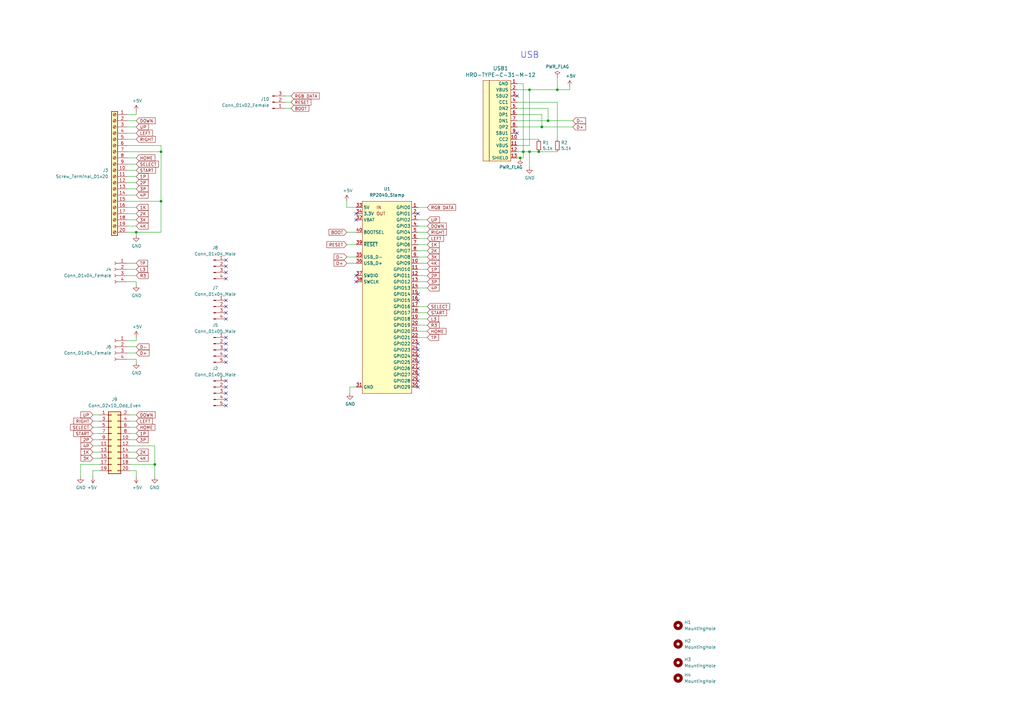
<source format=kicad_sch>
(kicad_sch (version 20211123) (generator eeschema)
  (paper "A3")
  (lib_symbols
    (symbol "Connector:Conn_01x03_Male" (pin_names (offset 1.016) hide)
      (property "Reference" "J" (at 0 5.08 0))
      (property "Value" "Conn_01x03_Male" (at 0 -5.08 0))
      (symbol "Conn_01x03_Male_1_1"
        (polyline (pts (xy 1.27 -2.54) (xy 0.8636 -2.54)) (stroke (width 0.1524)))
        (polyline (pts (xy 1.27 0) (xy 0.8636 0)) (stroke (width 0.1524)))
        (polyline (pts (xy 1.27 2.54) (xy 0.8636 2.54)) (stroke (width 0.1524)))
        (rectangle (start 0.8636 -2.413) (end 0 -2.667) (stroke (width 0.1524)) (fill (type outline)))
        (rectangle (start 0.8636 0.127) (end 0 -0.127) (stroke (width 0.1524)) (fill (type outline)))
        (rectangle (start 0.8636 2.667) (end 0 2.413) (stroke (width 0.1524)) (fill (type outline)))
        (pin passive line (at 5.08 2.54 180) (length 3.81) (name "Pin_1") (number "1"))
        (pin passive line (at 5.08 0 180) (length 3.81) (name "Pin_2") (number "2"))
        (pin passive line (at 5.08 -2.54 180) (length 3.81) (name "Pin_3") (number "3"))
      )
    )
    (symbol "Connector:Conn_01x04_Female" (pin_names (offset 1.016) hide)
      (property "Reference" "J" (at 0 5.08 0))
      (property "Value" "Conn_01x04_Female" (at 0 -7.62 0))
      (symbol "Conn_01x04_Female_1_1"
        (arc (start 0 -4.572) (mid -0.508 -5.08) (end 0 -5.588) (stroke (width 0.1524)))
        (arc (start 0 -2.032) (mid -0.508 -2.54) (end 0 -3.048) (stroke (width 0.1524)))
        (polyline (pts (xy -1.27 -5.08) (xy -0.508 -5.08)) (stroke (width 0.1524)))
        (polyline (pts (xy -1.27 -2.54) (xy -0.508 -2.54)) (stroke (width 0.1524)))
        (polyline (pts (xy -1.27 0) (xy -0.508 0)) (stroke (width 0.1524)))
        (polyline (pts (xy -1.27 2.54) (xy -0.508 2.54)) (stroke (width 0.1524)))
        (arc (start 0 0.508) (mid -0.508 0) (end 0 -0.508) (stroke (width 0.1524)))
        (arc (start 0 3.048) (mid -0.508 2.54) (end 0 2.032) (stroke (width 0.1524)))
        (pin passive line (at -5.08 2.54 0) (length 3.81) (name "Pin_1") (number "1"))
        (pin passive line (at -5.08 0 0) (length 3.81) (name "Pin_2") (number "2"))
        (pin passive line (at -5.08 -2.54 0) (length 3.81) (name "Pin_3") (number "3"))
        (pin passive line (at -5.08 -5.08 0) (length 3.81) (name "Pin_4") (number "4"))
      )
    )
    (symbol "Connector:Conn_01x04_Male" (pin_names (offset 1.016) hide)
      (property "Reference" "J" (at 0 5.08 0))
      (property "Value" "Conn_01x04_Male" (at 0 -7.62 0))
      (symbol "Conn_01x04_Male_1_1"
        (polyline (pts (xy 1.27 -5.08) (xy 0.8636 -5.08)) (stroke (width 0.1524)))
        (polyline (pts (xy 1.27 -2.54) (xy 0.8636 -2.54)) (stroke (width 0.1524)))
        (polyline (pts (xy 1.27 0) (xy 0.8636 0)) (stroke (width 0.1524)))
        (polyline (pts (xy 1.27 2.54) (xy 0.8636 2.54)) (stroke (width 0.1524)))
        (rectangle (start 0.8636 -4.953) (end 0 -5.207) (stroke (width 0.1524)) (fill (type outline)))
        (rectangle (start 0.8636 -2.413) (end 0 -2.667) (stroke (width 0.1524)) (fill (type outline)))
        (rectangle (start 0.8636 0.127) (end 0 -0.127) (stroke (width 0.1524)) (fill (type outline)))
        (rectangle (start 0.8636 2.667) (end 0 2.413) (stroke (width 0.1524)) (fill (type outline)))
        (pin passive line (at 5.08 2.54 180) (length 3.81) (name "Pin_1") (number "1"))
        (pin passive line (at 5.08 0 180) (length 3.81) (name "Pin_2") (number "2"))
        (pin passive line (at 5.08 -2.54 180) (length 3.81) (name "Pin_3") (number "3"))
        (pin passive line (at 5.08 -5.08 180) (length 3.81) (name "Pin_4") (number "4"))
      )
    )
    (symbol "Connector:Conn_01x05_Male" (pin_names (offset 1.016) hide)
      (property "Reference" "J" (at 0 7.62 0))
      (property "Value" "Conn_01x05_Male" (at 0 -7.62 0))
      (symbol "Conn_01x05_Male_1_1"
        (polyline (pts (xy 1.27 -5.08) (xy 0.8636 -5.08)) (stroke (width 0.1524)))
        (polyline (pts (xy 1.27 -2.54) (xy 0.8636 -2.54)) (stroke (width 0.1524)))
        (polyline (pts (xy 1.27 0) (xy 0.8636 0)) (stroke (width 0.1524)))
        (polyline (pts (xy 1.27 2.54) (xy 0.8636 2.54)) (stroke (width 0.1524)))
        (polyline (pts (xy 1.27 5.08) (xy 0.8636 5.08)) (stroke (width 0.1524)))
        (rectangle (start 0.8636 -4.953) (end 0 -5.207) (stroke (width 0.1524)) (fill (type outline)))
        (rectangle (start 0.8636 -2.413) (end 0 -2.667) (stroke (width 0.1524)) (fill (type outline)))
        (rectangle (start 0.8636 0.127) (end 0 -0.127) (stroke (width 0.1524)) (fill (type outline)))
        (rectangle (start 0.8636 2.667) (end 0 2.413) (stroke (width 0.1524)) (fill (type outline)))
        (rectangle (start 0.8636 5.207) (end 0 4.953) (stroke (width 0.1524)) (fill (type outline)))
        (pin passive line (at 5.08 5.08 180) (length 3.81) (name "Pin_1") (number "1"))
        (pin passive line (at 5.08 2.54 180) (length 3.81) (name "Pin_2") (number "2"))
        (pin passive line (at 5.08 0 180) (length 3.81) (name "Pin_3") (number "3"))
        (pin passive line (at 5.08 -2.54 180) (length 3.81) (name "Pin_4") (number "4"))
        (pin passive line (at 5.08 -5.08 180) (length 3.81) (name "Pin_5") (number "5"))
      )
    )
    (symbol "Connector:Screw_Terminal_01x20" (pin_names (offset 1.016) hide)
      (property "Reference" "J" (at 0 25.4 0))
      (property "Value" "Screw_Terminal_01x20" (at 0 -27.94 0))
      (symbol "Screw_Terminal_01x20_1_1"
        (rectangle (start -1.27 24.13) (end 1.27 -26.67) (stroke (width 0.254)) (fill (type background)))
        (circle (center 0 -25.4) (radius 0.635) (stroke (width 0.1524)))
        (circle (center 0 -22.86) (radius 0.635) (stroke (width 0.1524)))
        (circle (center 0 -20.32) (radius 0.635) (stroke (width 0.1524)))
        (circle (center 0 -17.78) (radius 0.635) (stroke (width 0.1524)))
        (circle (center 0 -15.24) (radius 0.635) (stroke (width 0.1524)))
        (circle (center 0 -12.7) (radius 0.635) (stroke (width 0.1524)))
        (circle (center 0 -10.16) (radius 0.635) (stroke (width 0.1524)))
        (circle (center 0 -7.62) (radius 0.635) (stroke (width 0.1524)))
        (circle (center 0 -5.08) (radius 0.635) (stroke (width 0.1524)))
        (circle (center 0 -2.54) (radius 0.635) (stroke (width 0.1524)))
        (polyline (pts (xy -0.5334 -25.0698) (xy 0.3302 -25.908)) (stroke (width 0.1524)))
        (polyline (pts (xy -0.5334 -22.5298) (xy 0.3302 -23.368)) (stroke (width 0.1524)))
        (polyline (pts (xy -0.5334 -19.9898) (xy 0.3302 -20.828)) (stroke (width 0.1524)))
        (polyline (pts (xy -0.5334 -17.4498) (xy 0.3302 -18.288)) (stroke (width 0.1524)))
        (polyline (pts (xy -0.5334 -14.9098) (xy 0.3302 -15.748)) (stroke (width 0.1524)))
        (polyline (pts (xy -0.5334 -12.3698) (xy 0.3302 -13.208)) (stroke (width 0.1524)))
        (polyline (pts (xy -0.5334 -9.8298) (xy 0.3302 -10.668)) (stroke (width 0.1524)))
        (polyline (pts (xy -0.5334 -7.2898) (xy 0.3302 -8.128)) (stroke (width 0.1524)))
        (polyline (pts (xy -0.5334 -4.7498) (xy 0.3302 -5.588)) (stroke (width 0.1524)))
        (polyline (pts (xy -0.5334 -2.2098) (xy 0.3302 -3.048)) (stroke (width 0.1524)))
        (polyline (pts (xy -0.5334 0.3302) (xy 0.3302 -0.508)) (stroke (width 0.1524)))
        (polyline (pts (xy -0.5334 2.8702) (xy 0.3302 2.032)) (stroke (width 0.1524)))
        (polyline (pts (xy -0.5334 5.4102) (xy 0.3302 4.572)) (stroke (width 0.1524)))
        (polyline (pts (xy -0.5334 7.9502) (xy 0.3302 7.112)) (stroke (width 0.1524)))
        (polyline (pts (xy -0.5334 10.4902) (xy 0.3302 9.652)) (stroke (width 0.1524)))
        (polyline (pts (xy -0.5334 13.0302) (xy 0.3302 12.192)) (stroke (width 0.1524)))
        (polyline (pts (xy -0.5334 15.5702) (xy 0.3302 14.732)) (stroke (width 0.1524)))
        (polyline (pts (xy -0.5334 18.1102) (xy 0.3302 17.272)) (stroke (width 0.1524)))
        (polyline (pts (xy -0.5334 20.6502) (xy 0.3302 19.812)) (stroke (width 0.1524)))
        (polyline (pts (xy -0.5334 23.1902) (xy 0.3302 22.352)) (stroke (width 0.1524)))
        (polyline (pts (xy -0.3556 -24.892) (xy 0.508 -25.7302)) (stroke (width 0.1524)))
        (polyline (pts (xy -0.3556 -22.352) (xy 0.508 -23.1902)) (stroke (width 0.1524)))
        (polyline (pts (xy -0.3556 -19.812) (xy 0.508 -20.6502)) (stroke (width 0.1524)))
        (polyline (pts (xy -0.3556 -17.272) (xy 0.508 -18.1102)) (stroke (width 0.1524)))
        (polyline (pts (xy -0.3556 -14.732) (xy 0.508 -15.5702)) (stroke (width 0.1524)))
        (polyline (pts (xy -0.3556 -12.192) (xy 0.508 -13.0302)) (stroke (width 0.1524)))
        (polyline (pts (xy -0.3556 -9.652) (xy 0.508 -10.4902)) (stroke (width 0.1524)))
        (polyline (pts (xy -0.3556 -7.112) (xy 0.508 -7.9502)) (stroke (width 0.1524)))
        (polyline (pts (xy -0.3556 -4.572) (xy 0.508 -5.4102)) (stroke (width 0.1524)))
        (polyline (pts (xy -0.3556 -2.032) (xy 0.508 -2.8702)) (stroke (width 0.1524)))
        (polyline (pts (xy -0.3556 0.508) (xy 0.508 -0.3302)) (stroke (width 0.1524)))
        (polyline (pts (xy -0.3556 3.048) (xy 0.508 2.2098)) (stroke (width 0.1524)))
        (polyline (pts (xy -0.3556 5.588) (xy 0.508 4.7498)) (stroke (width 0.1524)))
        (polyline (pts (xy -0.3556 8.128) (xy 0.508 7.2898)) (stroke (width 0.1524)))
        (polyline (pts (xy -0.3556 10.668) (xy 0.508 9.8298)) (stroke (width 0.1524)))
        (polyline (pts (xy -0.3556 13.208) (xy 0.508 12.3698)) (stroke (width 0.1524)))
        (polyline (pts (xy -0.3556 15.748) (xy 0.508 14.9098)) (stroke (width 0.1524)))
        (polyline (pts (xy -0.3556 18.288) (xy 0.508 17.4498)) (stroke (width 0.1524)))
        (polyline (pts (xy -0.3556 20.828) (xy 0.508 19.9898)) (stroke (width 0.1524)))
        (polyline (pts (xy -0.3556 23.368) (xy 0.508 22.5298)) (stroke (width 0.1524)))
        (circle (center 0 0) (radius 0.635) (stroke (width 0.1524)))
        (circle (center 0 2.54) (radius 0.635) (stroke (width 0.1524)))
        (circle (center 0 5.08) (radius 0.635) (stroke (width 0.1524)))
        (circle (center 0 7.62) (radius 0.635) (stroke (width 0.1524)))
        (circle (center 0 10.16) (radius 0.635) (stroke (width 0.1524)))
        (circle (center 0 12.7) (radius 0.635) (stroke (width 0.1524)))
        (circle (center 0 15.24) (radius 0.635) (stroke (width 0.1524)))
        (circle (center 0 17.78) (radius 0.635) (stroke (width 0.1524)))
        (circle (center 0 20.32) (radius 0.635) (stroke (width 0.1524)))
        (circle (center 0 22.86) (radius 0.635) (stroke (width 0.1524)))
        (pin passive line (at -5.08 22.86 0) (length 3.81) (name "Pin_1") (number "1"))
        (pin passive line (at -5.08 0 0) (length 3.81) (name "Pin_10") (number "10"))
        (pin passive line (at -5.08 -2.54 0) (length 3.81) (name "Pin_11") (number "11"))
        (pin passive line (at -5.08 -5.08 0) (length 3.81) (name "Pin_12") (number "12"))
        (pin passive line (at -5.08 -7.62 0) (length 3.81) (name "Pin_13") (number "13"))
        (pin passive line (at -5.08 -10.16 0) (length 3.81) (name "Pin_14") (number "14"))
        (pin passive line (at -5.08 -12.7 0) (length 3.81) (name "Pin_15") (number "15"))
        (pin passive line (at -5.08 -15.24 0) (length 3.81) (name "Pin_16") (number "16"))
        (pin passive line (at -5.08 -17.78 0) (length 3.81) (name "Pin_17") (number "17"))
        (pin passive line (at -5.08 -20.32 0) (length 3.81) (name "Pin_18") (number "18"))
        (pin passive line (at -5.08 -22.86 0) (length 3.81) (name "Pin_19") (number "19"))
        (pin passive line (at -5.08 20.32 0) (length 3.81) (name "Pin_2") (number "2"))
        (pin passive line (at -5.08 -25.4 0) (length 3.81) (name "Pin_20") (number "20"))
        (pin passive line (at -5.08 17.78 0) (length 3.81) (name "Pin_3") (number "3"))
        (pin passive line (at -5.08 15.24 0) (length 3.81) (name "Pin_4") (number "4"))
        (pin passive line (at -5.08 12.7 0) (length 3.81) (name "Pin_5") (number "5"))
        (pin passive line (at -5.08 10.16 0) (length 3.81) (name "Pin_6") (number "6"))
        (pin passive line (at -5.08 7.62 0) (length 3.81) (name "Pin_7") (number "7"))
        (pin passive line (at -5.08 5.08 0) (length 3.81) (name "Pin_8") (number "8"))
        (pin passive line (at -5.08 2.54 0) (length 3.81) (name "Pin_9") (number "9"))
      )
    )
    (symbol "Connector_Generic:Conn_02x10_Odd_Even" (pin_names (offset 1.016) hide)
      (property "Reference" "J" (at 1.27 12.7 0))
      (property "Value" "Conn_02x10_Odd_Even" (at 1.27 -15.24 0))
      (symbol "Conn_02x10_Odd_Even_1_1"
        (rectangle (start -1.27 -12.573) (end 0 -12.827) (stroke (width 0.1524)))
        (rectangle (start -1.27 -10.033) (end 0 -10.287) (stroke (width 0.1524)))
        (rectangle (start -1.27 -7.493) (end 0 -7.747) (stroke (width 0.1524)))
        (rectangle (start -1.27 -4.953) (end 0 -5.207) (stroke (width 0.1524)))
        (rectangle (start -1.27 -2.413) (end 0 -2.667) (stroke (width 0.1524)))
        (rectangle (start -1.27 0.127) (end 0 -0.127) (stroke (width 0.1524)))
        (rectangle (start -1.27 2.667) (end 0 2.413) (stroke (width 0.1524)))
        (rectangle (start -1.27 5.207) (end 0 4.953) (stroke (width 0.1524)))
        (rectangle (start -1.27 7.747) (end 0 7.493) (stroke (width 0.1524)))
        (rectangle (start -1.27 10.287) (end 0 10.033) (stroke (width 0.1524)))
        (rectangle (start -1.27 11.43) (end 3.81 -13.97) (stroke (width 0.254)) (fill (type background)))
        (rectangle (start 3.81 -12.573) (end 2.54 -12.827) (stroke (width 0.1524)))
        (rectangle (start 3.81 -10.033) (end 2.54 -10.287) (stroke (width 0.1524)))
        (rectangle (start 3.81 -7.493) (end 2.54 -7.747) (stroke (width 0.1524)))
        (rectangle (start 3.81 -4.953) (end 2.54 -5.207) (stroke (width 0.1524)))
        (rectangle (start 3.81 -2.413) (end 2.54 -2.667) (stroke (width 0.1524)))
        (rectangle (start 3.81 0.127) (end 2.54 -0.127) (stroke (width 0.1524)))
        (rectangle (start 3.81 2.667) (end 2.54 2.413) (stroke (width 0.1524)))
        (rectangle (start 3.81 5.207) (end 2.54 4.953) (stroke (width 0.1524)))
        (rectangle (start 3.81 7.747) (end 2.54 7.493) (stroke (width 0.1524)))
        (rectangle (start 3.81 10.287) (end 2.54 10.033) (stroke (width 0.1524)))
        (pin passive line (at -5.08 10.16 0) (length 3.81) (name "Pin_1") (number "1"))
        (pin passive line (at 7.62 0 180) (length 3.81) (name "Pin_10") (number "10"))
        (pin passive line (at -5.08 -2.54 0) (length 3.81) (name "Pin_11") (number "11"))
        (pin passive line (at 7.62 -2.54 180) (length 3.81) (name "Pin_12") (number "12"))
        (pin passive line (at -5.08 -5.08 0) (length 3.81) (name "Pin_13") (number "13"))
        (pin passive line (at 7.62 -5.08 180) (length 3.81) (name "Pin_14") (number "14"))
        (pin passive line (at -5.08 -7.62 0) (length 3.81) (name "Pin_15") (number "15"))
        (pin passive line (at 7.62 -7.62 180) (length 3.81) (name "Pin_16") (number "16"))
        (pin passive line (at -5.08 -10.16 0) (length 3.81) (name "Pin_17") (number "17"))
        (pin passive line (at 7.62 -10.16 180) (length 3.81) (name "Pin_18") (number "18"))
        (pin passive line (at -5.08 -12.7 0) (length 3.81) (name "Pin_19") (number "19"))
        (pin passive line (at 7.62 10.16 180) (length 3.81) (name "Pin_2") (number "2"))
        (pin passive line (at 7.62 -12.7 180) (length 3.81) (name "Pin_20") (number "20"))
        (pin passive line (at -5.08 7.62 0) (length 3.81) (name "Pin_3") (number "3"))
        (pin passive line (at 7.62 7.62 180) (length 3.81) (name "Pin_4") (number "4"))
        (pin passive line (at -5.08 5.08 0) (length 3.81) (name "Pin_5") (number "5"))
        (pin passive line (at 7.62 5.08 180) (length 3.81) (name "Pin_6") (number "6"))
        (pin passive line (at -5.08 2.54 0) (length 3.81) (name "Pin_7") (number "7"))
        (pin passive line (at 7.62 2.54 180) (length 3.81) (name "Pin_8") (number "8"))
        (pin passive line (at -5.08 0 0) (length 3.81) (name "Pin_9") (number "9"))
      )
    )
    (symbol "Device:R_Small" (pin_numbers hide) (pin_names (offset 0.254) hide)
      (property "Reference" "R" (at 0.762 0.508 0))
      (property "Value" "R_Small" (at 0.762 -1.016 0))
      (symbol "R_Small_0_1"
        (rectangle (start -0.762 1.778) (end 0.762 -1.778) (stroke (width 0.2032)))
      )
      (symbol "R_Small_1_1"
        (pin passive line (at 0 2.54 270) (length 0.762) (name "~") (number "1"))
        (pin passive line (at 0 -2.54 90) (length 0.762) (name "~") (number "2"))
      )
    )
    (symbol "Mechanical:MountingHole" (pin_names (offset 1.016))
      (property "Reference" "H" (at 0 5.08 0))
      (property "Value" "MountingHole" (at 0 3.175 0))
      (symbol "MountingHole_0_1"
        (circle (center 0 0) (radius 1.27) (stroke (width 1.27)))
      )
    )
    (symbol "RP2040_Stamp:RP2040_Stamp"
      (property "Reference" "U" (at 10.16 43.18 0))
      (property "Value" "RP2040_Stamp" (at 0 -38.1 0))
      (symbol "RP2040_Stamp_0_0"
        (text "IN" (at -4.445 39.37 0) (effects (font (size 1.27 1.27)) (justify left)))
        (text "OUT" (at -4.445 36.83 0) (effects (font (size 1.27 1.27)) (justify left)))
        (pin bidirectional line (at 12.7 39.37 180) (length 2.54) (name "GPIO0") (number "1"))
        (pin bidirectional line (at 12.7 16.51 180) (length 2.54) (name "GPIO9") (number "10"))
        (pin bidirectional line (at 12.7 13.97 180) (length 2.54) (name "GPIO10") (number "11"))
        (pin bidirectional line (at 12.7 11.43 180) (length 2.54) (name "GPIO11") (number "12"))
        (pin bidirectional line (at 12.7 8.89 180) (length 2.54) (name "GPIO12") (number "13"))
        (pin bidirectional line (at 12.7 6.35 180) (length 2.54) (name "GPIO13") (number "14"))
        (pin bidirectional line (at 12.7 3.81 180) (length 2.54) (name "GPIO14") (number "15"))
        (pin bidirectional line (at 12.7 1.27 180) (length 2.54) (name "GPIO15") (number "16"))
        (pin bidirectional line (at 12.7 -1.27 180) (length 2.54) (name "GPIO16") (number "17"))
        (pin bidirectional line (at 12.7 -3.81 180) (length 2.54) (name "GPIO17") (number "18"))
        (pin bidirectional line (at 12.7 -6.35 180) (length 2.54) (name "GPIO18") (number "19"))
        (pin bidirectional line (at 12.7 36.83 180) (length 2.54) (name "GPIO1") (number "2"))
        (pin bidirectional line (at 12.7 -8.89 180) (length 2.54) (name "GPIO19") (number "20"))
        (pin bidirectional line (at 12.7 -11.43 180) (length 2.54) (name "GPIO20") (number "21"))
        (pin bidirectional line (at 12.7 -13.97 180) (length 2.54) (name "GPIO21") (number "22"))
        (pin bidirectional line (at 12.7 -16.51 180) (length 2.54) (name "GPIO22") (number "23"))
        (pin bidirectional line (at 12.7 -19.05 180) (length 2.54) (name "GPIO23") (number "24"))
        (pin bidirectional line (at 12.7 -21.59 180) (length 2.54) (name "GPIO24") (number "25"))
        (pin bidirectional line (at 12.7 -24.13 180) (length 2.54) (name "GPIO25") (number "26"))
        (pin bidirectional line (at 12.7 -26.67 180) (length 2.54) (name "GPIO26") (number "27"))
        (pin bidirectional line (at 12.7 -29.21 180) (length 2.54) (name "GPIO27") (number "28"))
        (pin bidirectional line (at 12.7 -31.75 180) (length 2.54) (name "GPIO28") (number "29"))
        (pin bidirectional line (at 12.7 34.29 180) (length 2.54) (name "GPIO2") (number "3"))
        (pin bidirectional line (at 12.7 -34.29 180) (length 2.54) (name "GPIO29") (number "30"))
        (pin power_in line (at -12.7 -34.29 0) (length 2.54) (name "GND") (number "31"))
        (pin power_in line (at -12.7 34.29 0) (length 2.54) (name "VBAT") (number "32"))
        (pin power_in line (at -12.7 39.37 0) (length 2.54) (name "5V") (number "33"))
        (pin power_out line (at -12.7 36.83 0) (length 2.54) (name "3.3V") (number "34"))
        (pin bidirectional line (at -12.7 19.05 0) (length 2.54) (name "USB_D-") (number "35"))
        (pin bidirectional line (at -12.7 16.51 0) (length 2.54) (name "USB_D+") (number "36"))
        (pin bidirectional line (at -12.7 11.43 0) (length 2.54) (name "SWDIO") (number "37"))
        (pin input line (at -12.7 8.89 0) (length 2.54) (name "SWCLK") (number "38"))
        (pin bidirectional line (at -12.7 24.13 0) (length 2.54) (name "~{RESET}") (number "39"))
        (pin bidirectional line (at 12.7 31.75 180) (length 2.54) (name "GPIO3") (number "4"))
        (pin input line (at -12.7 29.21 0) (length 2.54) (name "BOOTSEL") (number "40"))
        (pin bidirectional line (at 12.7 29.21 180) (length 2.54) (name "GPIO4") (number "5"))
        (pin bidirectional line (at 12.7 26.67 180) (length 2.54) (name "GPIO5") (number "6"))
        (pin bidirectional line (at 12.7 24.13 180) (length 2.54) (name "GPIO6") (number "7"))
        (pin bidirectional line (at 12.7 21.59 180) (length 2.54) (name "GPIO7") (number "8"))
        (pin bidirectional line (at 12.7 19.05 180) (length 2.54) (name "GPIO8") (number "9"))
      )
      (symbol "RP2040_Stamp_0_1"
        (rectangle (start -10.16 41.91) (end 10.16 -36.83) (stroke (width 0.1524)) (fill (type background)))
      )
    )
    (symbol "Type-C:HRO-TYPE-C-31-M-12" (pin_names (offset 1.016))
      (property "Reference" "USB" (at -5.08 16.51 0))
      (property "Value" "HRO-TYPE-C-31-M-12" (at -10.16 -1.27 90))
      (symbol "HRO-TYPE-C-31-M-12_0_1"
        (rectangle (start -11.43 15.24) (end -8.89 -17.78) (fill (type background)))
        (rectangle (start 0 -17.78) (end -8.89 15.24) (fill (type background)))
      )
      (symbol "HRO-TYPE-C-31-M-12_1_1"
        (pin input line (at 2.54 13.97 180) (length 2.54) (name "GND") (number "1"))
        (pin input line (at 2.54 -8.89 180) (length 2.54) (name "CC2") (number "10"))
        (pin input line (at 2.54 -11.43 180) (length 2.54) (name "VBUS") (number "11"))
        (pin input line (at 2.54 -13.97 180) (length 2.54) (name "GND") (number "12"))
        (pin input line (at 2.54 -16.51 180) (length 2.54) (name "SHIELD") (number "13"))
        (pin input line (at 2.54 11.43 180) (length 2.54) (name "VBUS") (number "2"))
        (pin input line (at 2.54 8.89 180) (length 2.54) (name "SBU2") (number "3"))
        (pin input line (at 2.54 6.35 180) (length 2.54) (name "CC1") (number "4"))
        (pin input line (at 2.54 3.81 180) (length 2.54) (name "DN2") (number "5"))
        (pin input line (at 2.54 1.27 180) (length 2.54) (name "DP1") (number "6"))
        (pin input line (at 2.54 -1.27 180) (length 2.54) (name "DN1") (number "7"))
        (pin input line (at 2.54 -3.81 180) (length 2.54) (name "DP2") (number "8"))
        (pin input line (at 2.54 -6.35 180) (length 2.54) (name "SBU1") (number "9"))
      )
    )
    (symbol "power:+5V" (power) (pin_names (offset 0))
      (property "Value" "+5V" (at 0 3.556 0))
      (symbol "+5V_0_1"
        (polyline (pts (xy -0.762 1.27) (xy 0 2.54)))
        (polyline (pts (xy 0 0) (xy 0 2.54)))
        (polyline (pts (xy 0 2.54) (xy 0.762 1.27)))
      )
      (symbol "+5V_1_1"
        (pin power_in line (at 0 0 90) (length 0) hide (name "+5V") (number "1"))
      )
    )
    (symbol "power:GND" (power) (pin_names (offset 0))
      (property "Value" "GND" (at 0 -3.81 0))
      (symbol "GND_0_1"
        (polyline (pts (xy 0 0) (xy 0 -1.27) (xy 1.27 -1.27) (xy 0 -2.54) (xy -1.27 -1.27) (xy 0 -1.27)))
      )
      (symbol "GND_1_1"
        (pin power_in line (at 0 0 270) (length 0) hide (name "GND") (number "1"))
      )
    )
    (symbol "power:PWR_FLAG" (power) (pin_numbers hide) (pin_names (offset 0) hide)
      (property "Value" "PWR_FLAG" (at 0 3.81 0))
      (symbol "PWR_FLAG_0_0"
        (pin power_out line (at 0 0 90) (length 0) (name "pwr") (number "1"))
      )
      (symbol "PWR_FLAG_0_1"
        (polyline (pts (xy 0 0) (xy 0 1.27) (xy -1.016 1.905) (xy 0 2.54) (xy 1.016 1.905) (xy 0 1.27)))
      )
    )
  )
  (junction (at 228.6 36.83))
  (junction (at 55.88 95.25))
  (junction (at 213.36 64.77))
  (junction (at 224.79 49.53))
  (junction (at 66.04 82.55))
  (junction (at 217.17 36.83))
  (junction (at 217.17 62.23))
  (junction (at 63.5 190.5))
  (junction (at 214.63 62.23))
  (junction (at 220.98 62.23))
  (junction (at 222.25 52.07))
  (junction (at 66.04 62.23))
  (no_connect (at 212.09 54.61))
  (no_connect (at 146.05 90.17))
  (no_connect (at 146.05 113.03))
  (no_connect (at 171.45 123.19))
  (no_connect (at 171.45 153.67))
  (no_connect (at 171.45 156.21))
  (no_connect (at 171.45 87.63))
  (no_connect (at 171.45 158.75))
  (no_connect (at 171.45 120.65))
  (no_connect (at 146.05 115.57))
  (no_connect (at 171.45 151.13))
  (no_connect (at 171.45 140.97))
  (no_connect (at 171.45 148.59))
  (no_connect (at 171.45 146.05))
  (no_connect (at 171.45 143.51))
  (no_connect (at 92.71 114.3))
  (no_connect (at 92.71 106.68))
  (no_connect (at 92.71 109.22))
  (no_connect (at 92.71 111.76))
  (no_connect (at 92.71 130.81))
  (no_connect (at 92.71 123.19))
  (no_connect (at 92.71 125.73))
  (no_connect (at 92.71 128.27))
  (no_connect (at 92.71 146.05))
  (no_connect (at 92.71 138.43))
  (no_connect (at 92.71 140.97))
  (no_connect (at 92.71 143.51))
  (no_connect (at 92.71 166.37))
  (no_connect (at 92.71 148.59))
  (no_connect (at 92.71 156.21))
  (no_connect (at 92.71 158.75))
  (no_connect (at 92.71 161.29))
  (no_connect (at 92.71 163.83))
  (no_connect (at 212.09 39.37))
  (no_connect (at 146.05 87.63))
  (wire (pts (xy 212.09 62.23) (xy 214.63 62.23)))
  (wire (pts (xy 222.25 46.99) (xy 222.25 52.07)))
  (wire (pts (xy 171.45 110.49) (xy 175.26 110.49)))
  (wire (pts (xy 224.79 44.45) (xy 224.79 49.53)))
  (wire (pts (xy 52.07 72.39) (xy 55.88 72.39)))
  (wire (pts (xy 234.95 49.53) (xy 224.79 49.53)))
  (wire (pts (xy 53.34 193.04) (xy 55.88 193.04)))
  (wire (pts (xy 212.09 49.53) (xy 224.79 49.53)))
  (wire (pts (xy 53.34 170.18) (xy 55.88 170.18)))
  (wire (pts (xy 52.07 57.15) (xy 55.88 57.15)))
  (wire (pts (xy 38.1 180.34) (xy 40.64 180.34)))
  (wire (pts (xy 171.45 95.25) (xy 175.26 95.25)))
  (wire (pts (xy 119.38 44.45) (xy 116.84 44.45)))
  (wire (pts (xy 171.45 128.27) (xy 175.26 128.27)))
  (wire (pts (xy 171.45 125.73) (xy 175.26 125.73)))
  (wire (pts (xy 52.07 69.85) (xy 55.88 69.85)))
  (wire (pts (xy 52.07 87.63) (xy 55.88 87.63)))
  (wire (pts (xy 38.1 182.88) (xy 40.64 182.88)))
  (wire (pts (xy 55.88 193.04) (xy 55.88 195.58)))
  (wire (pts (xy 171.45 133.35) (xy 175.26 133.35)))
  (wire (pts (xy 171.45 92.71) (xy 175.26 92.71)))
  (wire (pts (xy 171.45 97.79) (xy 175.26 97.79)))
  (wire (pts (xy 146.05 85.09) (xy 142.24 85.09)))
  (wire (pts (xy 212.09 44.45) (xy 224.79 44.45)))
  (wire (pts (xy 52.07 64.77) (xy 55.88 64.77)))
  (wire (pts (xy 217.17 36.83) (xy 228.6 36.83)))
  (wire (pts (xy 55.88 115.57) (xy 55.88 116.84)))
  (wire (pts (xy 66.04 95.25) (xy 55.88 95.25)))
  (wire (pts (xy 52.07 46.99) (xy 55.88 46.99)))
  (wire (pts (xy 52.07 82.55) (xy 66.04 82.55)))
  (wire (pts (xy 217.17 68.58) (xy 217.17 62.23)))
  (wire (pts (xy 53.34 182.88) (xy 63.5 182.88)))
  (wire (pts (xy 171.45 107.95) (xy 175.26 107.95)))
  (wire (pts (xy 171.45 113.03) (xy 175.26 113.03)))
  (wire (pts (xy 52.07 74.93) (xy 55.88 74.93)))
  (wire (pts (xy 52.07 144.78) (xy 55.88 144.78)))
  (wire (pts (xy 52.07 80.01) (xy 55.88 80.01)))
  (wire (pts (xy 55.88 139.7) (xy 52.07 139.7)))
  (wire (pts (xy 142.24 85.09) (xy 142.24 82.55)))
  (wire (pts (xy 52.07 59.69) (xy 66.04 59.69)))
  (wire (pts (xy 142.24 100.33) (xy 146.05 100.33)))
  (wire (pts (xy 142.24 105.41) (xy 146.05 105.41)))
  (wire (pts (xy 38.1 187.96) (xy 40.64 187.96)))
  (wire (pts (xy 212.09 36.83) (xy 217.17 36.83)))
  (wire (pts (xy 52.07 49.53) (xy 55.88 49.53)))
  (wire (pts (xy 53.34 187.96) (xy 55.88 187.96)))
  (wire (pts (xy 38.1 177.8) (xy 40.64 177.8)))
  (wire (pts (xy 53.34 175.26) (xy 55.88 175.26)))
  (wire (pts (xy 52.07 92.71) (xy 55.88 92.71)))
  (wire (pts (xy 171.45 102.87) (xy 175.26 102.87)))
  (wire (pts (xy 171.45 90.17) (xy 175.26 90.17)))
  (wire (pts (xy 228.6 31.75) (xy 228.6 36.83)))
  (wire (pts (xy 66.04 59.69) (xy 66.04 62.23)))
  (wire (pts (xy 38.1 172.72) (xy 40.64 172.72)))
  (wire (pts (xy 171.45 105.41) (xy 175.26 105.41)))
  (wire (pts (xy 142.24 107.95) (xy 146.05 107.95)))
  (wire (pts (xy 119.38 41.91) (xy 116.84 41.91)))
  (wire (pts (xy 116.84 39.37) (xy 119.38 39.37)))
  (wire (pts (xy 228.6 41.91) (xy 228.6 57.15)))
  (wire (pts (xy 217.17 62.23) (xy 220.98 62.23)))
  (wire (pts (xy 52.07 52.07) (xy 55.88 52.07)))
  (wire (pts (xy 143.51 161.29) (xy 143.51 158.75)))
  (wire (pts (xy 52.07 85.09) (xy 55.88 85.09)))
  (wire (pts (xy 171.45 138.43) (xy 175.26 138.43)))
  (wire (pts (xy 212.09 57.15) (xy 220.98 57.15)))
  (wire (pts (xy 53.34 190.5) (xy 63.5 190.5)))
  (wire (pts (xy 213.36 64.77) (xy 212.09 64.77)))
  (wire (pts (xy 55.88 95.25) (xy 55.88 96.52)))
  (wire (pts (xy 171.45 85.09) (xy 175.26 85.09)))
  (wire (pts (xy 33.02 195.58) (xy 33.02 190.5)))
  (wire (pts (xy 212.09 41.91) (xy 228.6 41.91)))
  (wire (pts (xy 55.88 147.32) (xy 55.88 148.59)))
  (wire (pts (xy 52.07 110.49) (xy 55.88 110.49)))
  (wire (pts (xy 217.17 59.69) (xy 212.09 59.69)))
  (wire (pts (xy 38.1 175.26) (xy 40.64 175.26)))
  (wire (pts (xy 53.34 177.8) (xy 55.88 177.8)))
  (wire (pts (xy 63.5 182.88) (xy 63.5 190.5)))
  (wire (pts (xy 228.6 62.23) (xy 220.98 62.23)))
  (wire (pts (xy 214.63 34.29) (xy 214.63 62.23)))
  (wire (pts (xy 52.07 107.95) (xy 55.88 107.95)))
  (wire (pts (xy 33.02 190.5) (xy 40.64 190.5)))
  (wire (pts (xy 171.45 130.81) (xy 175.26 130.81)))
  (wire (pts (xy 63.5 195.58) (xy 63.5 190.5)))
  (wire (pts (xy 142.24 95.25) (xy 146.05 95.25)))
  (wire (pts (xy 52.07 90.17) (xy 55.88 90.17)))
  (wire (pts (xy 66.04 62.23) (xy 66.04 82.55)))
  (wire (pts (xy 214.63 62.23) (xy 214.63 64.77)))
  (wire (pts (xy 171.45 115.57) (xy 175.26 115.57)))
  (wire (pts (xy 52.07 62.23) (xy 66.04 62.23)))
  (wire (pts (xy 66.04 82.55) (xy 66.04 95.25)))
  (wire (pts (xy 217.17 36.83) (xy 217.17 59.69)))
  (wire (pts (xy 55.88 46.99) (xy 55.88 45.72)))
  (wire (pts (xy 53.34 172.72) (xy 55.88 172.72)))
  (wire (pts (xy 212.09 52.07) (xy 222.25 52.07)))
  (wire (pts (xy 214.63 64.77) (xy 213.36 64.77)))
  (wire (pts (xy 38.1 193.04) (xy 38.1 195.58)))
  (wire (pts (xy 143.51 158.75) (xy 146.05 158.75)))
  (wire (pts (xy 53.34 185.42) (xy 55.88 185.42)))
  (wire (pts (xy 212.09 46.99) (xy 222.25 46.99)))
  (wire (pts (xy 233.68 36.83) (xy 233.68 35.56)))
  (wire (pts (xy 171.45 100.33) (xy 175.26 100.33)))
  (wire (pts (xy 228.6 36.83) (xy 233.68 36.83)))
  (wire (pts (xy 38.1 185.42) (xy 40.64 185.42)))
  (wire (pts (xy 38.1 170.18) (xy 40.64 170.18)))
  (wire (pts (xy 40.64 193.04) (xy 38.1 193.04)))
  (wire (pts (xy 52.07 95.25) (xy 55.88 95.25)))
  (wire (pts (xy 53.34 180.34) (xy 55.88 180.34)))
  (wire (pts (xy 52.07 77.47) (xy 55.88 77.47)))
  (wire (pts (xy 212.09 34.29) (xy 214.63 34.29)))
  (wire (pts (xy 52.07 147.32) (xy 55.88 147.32)))
  (wire (pts (xy 52.07 113.03) (xy 55.88 113.03)))
  (wire (pts (xy 234.95 52.07) (xy 222.25 52.07)))
  (wire (pts (xy 171.45 135.89) (xy 175.26 135.89)))
  (wire (pts (xy 52.07 67.31) (xy 55.88 67.31)))
  (wire (pts (xy 52.07 115.57) (xy 55.88 115.57)))
  (wire (pts (xy 171.45 118.11) (xy 175.26 118.11)))
  (wire (pts (xy 214.63 62.23) (xy 217.17 62.23)))
  (wire (pts (xy 52.07 142.24) (xy 55.88 142.24)))
  (wire (pts (xy 52.07 54.61) (xy 55.88 54.61)))
  (wire (pts (xy 55.88 138.43) (xy 55.88 139.7)))
  (text "USB" (at 213.36 24.13 0) (effects (font (size 2.54 2.54)) (justify left bottom)))
  (global_label "1K" (shape input) (at 38.1 185.42 180) (property "Intersheet References" "${INTERSHEET_REFS}" (effects hide)))
  (global_label "R3" (shape input) (at 175.26 133.35 0) (property "Intersheet References" "${INTERSHEET_REFS}" (effects hide)))
  (global_label "1P" (shape input) (at 175.26 110.49 0) (property "Intersheet References" "${INTERSHEET_REFS}" (effects hide)))
  (global_label "START" (shape input) (at 55.88 69.85 0) (property "Intersheet References" "${INTERSHEET_REFS}" (effects hide)))
  (global_label "R3" (shape input) (at 55.88 113.03 0) (property "Intersheet References" "${INTERSHEET_REFS}" (effects hide)))
  (global_label "SELECT" (shape input) (at 175.26 125.73 0) (property "Intersheet References" "${INTERSHEET_REFS}" (effects hide)))
  (global_label "L3" (shape input) (at 55.88 110.49 0) (property "Intersheet References" "${INTERSHEET_REFS}" (effects hide)))
  (global_label "2K" (shape input) (at 55.88 185.42 0) (property "Intersheet References" "${INTERSHEET_REFS}" (effects hide)))
  (global_label "4K" (shape input) (at 55.88 92.71 0) (property "Intersheet References" "${INTERSHEET_REFS}" (effects hide)))
  (global_label "BOOT" (shape input) (at 119.38 44.45 0) (property "Intersheet References" "${INTERSHEET_REFS}" (effects hide)))
  (global_label "2K" (shape input) (at 55.88 87.63 0) (property "Intersheet References" "${INTERSHEET_REFS}" (effects hide)))
  (global_label "D+" (shape input) (at 234.95 52.07 0) (property "Intersheet References" "${INTERSHEET_REFS}" (effects hide)))
  (global_label "RESET" (shape input) (at 142.24 100.33 180) (property "Intersheet References" "${INTERSHEET_REFS}" (effects hide)))
  (global_label "3K" (shape input) (at 38.1 187.96 180) (property "Intersheet References" "${INTERSHEET_REFS}" (effects hide)))
  (global_label "RIGHT" (shape input) (at 175.26 95.25 0) (property "Intersheet References" "${INTERSHEET_REFS}" (effects hide)))
  (global_label "4K" (shape input) (at 175.26 107.95 0) (property "Intersheet References" "${INTERSHEET_REFS}" (effects hide)))
  (global_label "1P" (shape input) (at 55.88 177.8 0) (property "Intersheet References" "${INTERSHEET_REFS}" (effects hide)))
  (global_label "SELECT" (shape input) (at 38.1 175.26 180) (property "Intersheet References" "${INTERSHEET_REFS}" (effects hide)))
  (global_label "3P" (shape input) (at 55.88 77.47 0) (property "Intersheet References" "${INTERSHEET_REFS}" (effects hide)))
  (global_label "TP" (shape input) (at 175.26 138.43 0) (property "Intersheet References" "${INTERSHEET_REFS}" (effects hide)))
  (global_label "UP" (shape input) (at 38.1 170.18 180) (property "Intersheet References" "${INTERSHEET_REFS}" (effects hide)))
  (global_label "4K" (shape input) (at 55.88 187.96 0) (property "Intersheet References" "${INTERSHEET_REFS}" (effects hide)))
  (global_label "D+" (shape input) (at 55.88 144.78 0) (property "Intersheet References" "${INTERSHEET_REFS}" (effects hide)))
  (global_label "HOME" (shape input) (at 55.88 175.26 0) (property "Intersheet References" "${INTERSHEET_REFS}" (effects hide)))
  (global_label "2P" (shape input) (at 38.1 180.34 180) (property "Intersheet References" "${INTERSHEET_REFS}" (effects hide)))
  (global_label "1K" (shape input) (at 55.88 85.09 0) (property "Intersheet References" "${INTERSHEET_REFS}" (effects hide)))
  (global_label "DOWN" (shape input) (at 55.88 49.53 0) (property "Intersheet References" "${INTERSHEET_REFS}" (effects hide)))
  (global_label "1K" (shape input) (at 175.26 100.33 0) (property "Intersheet References" "${INTERSHEET_REFS}" (effects hide)))
  (global_label "UP" (shape input) (at 55.88 52.07 0) (property "Intersheet References" "${INTERSHEET_REFS}" (effects hide)))
  (global_label "TP" (shape input) (at 55.88 107.95 0) (property "Intersheet References" "${INTERSHEET_REFS}" (effects hide)))
  (global_label "D-" (shape input) (at 234.95 49.53 0) (property "Intersheet References" "${INTERSHEET_REFS}" (effects hide)))
  (global_label "HOME" (shape input) (at 175.26 135.89 0) (property "Intersheet References" "${INTERSHEET_REFS}" (effects hide)))
  (global_label "D-" (shape input) (at 142.24 105.41 180) (property "Intersheet References" "${INTERSHEET_REFS}" (effects hide)))
  (global_label "HOME" (shape input) (at 55.88 64.77 0) (property "Intersheet References" "${INTERSHEET_REFS}" (effects hide)))
  (global_label "3K" (shape input) (at 175.26 105.41 0) (property "Intersheet References" "${INTERSHEET_REFS}" (effects hide)))
  (global_label "4P" (shape input) (at 38.1 182.88 180) (property "Intersheet References" "${INTERSHEET_REFS}" (effects hide)))
  (global_label "2P" (shape input) (at 175.26 113.03 0) (property "Intersheet References" "${INTERSHEET_REFS}" (effects hide)))
  (global_label "UP" (shape input) (at 175.26 90.17 0) (property "Intersheet References" "${INTERSHEET_REFS}" (effects hide)))
  (global_label "DOWN" (shape input) (at 55.88 170.18 0) (property "Intersheet References" "${INTERSHEET_REFS}" (effects hide)))
  (global_label "START" (shape input) (at 38.1 177.8 180) (property "Intersheet References" "${INTERSHEET_REFS}" (effects hide)))
  (global_label "RGB DATA" (shape input) (at 119.38 39.37 0) (property "Intersheet References" "${INTERSHEET_REFS}" (effects hide)))
  (global_label "4P" (shape input) (at 175.26 118.11 0) (property "Intersheet References" "${INTERSHEET_REFS}" (effects hide)))
  (global_label "3P" (shape input) (at 55.88 180.34 0) (property "Intersheet References" "${INTERSHEET_REFS}" (effects hide)))
  (global_label "RESET" (shape input) (at 119.38 41.91 0) (property "Intersheet References" "${INTERSHEET_REFS}" (effects hide)))
  (global_label "3K" (shape input) (at 55.88 90.17 0) (property "Intersheet References" "${INTERSHEET_REFS}" (effects hide)))
  (global_label "D-" (shape input) (at 55.88 142.24 0) (property "Intersheet References" "${INTERSHEET_REFS}" (effects hide)))
  (global_label "2K" (shape input) (at 175.26 102.87 0) (property "Intersheet References" "${INTERSHEET_REFS}" (effects hide)))
  (global_label "1P" (shape input) (at 55.88 72.39 0) (property "Intersheet References" "${INTERSHEET_REFS}" (effects hide)))
  (global_label "D+" (shape input) (at 142.24 107.95 180) (property "Intersheet References" "${INTERSHEET_REFS}" (effects hide)))
  (global_label "L3" (shape input) (at 175.26 130.81 0) (property "Intersheet References" "${INTERSHEET_REFS}" (effects hide)))
  (global_label "RIGHT" (shape input) (at 55.88 57.15 0) (property "Intersheet References" "${INTERSHEET_REFS}" (effects hide)))
  (global_label "4P" (shape input) (at 55.88 80.01 0) (property "Intersheet References" "${INTERSHEET_REFS}" (effects hide)))
  (global_label "LEFT" (shape input) (at 175.26 97.79 0) (property "Intersheet References" "${INTERSHEET_REFS}" (effects hide)))
  (global_label "LEFT" (shape input) (at 55.88 172.72 0) (property "Intersheet References" "${INTERSHEET_REFS}" (effects hide)))
  (global_label "3P" (shape input) (at 175.26 115.57 0) (property "Intersheet References" "${INTERSHEET_REFS}" (effects hide)))
  (global_label "2P" (shape input) (at 55.88 74.93 0) (property "Intersheet References" "${INTERSHEET_REFS}" (effects hide)))
  (global_label "START" (shape input) (at 175.26 128.27 0) (property "Intersheet References" "${INTERSHEET_REFS}" (effects hide)))
  (global_label "RIGHT" (shape input) (at 38.1 172.72 180) (property "Intersheet References" "${INTERSHEET_REFS}" (effects hide)))
  (global_label "SELECT" (shape input) (at 55.88 67.31 0) (property "Intersheet References" "${INTERSHEET_REFS}" (effects hide)))
  (global_label "RGB DATA" (shape input) (at 175.26 85.09 0) (property "Intersheet References" "${INTERSHEET_REFS}" (effects hide)))
  (global_label "BOOT" (shape input) (at 142.24 95.25 180) (property "Intersheet References" "${INTERSHEET_REFS}" (effects hide)))
  (global_label "DOWN" (shape input) (at 175.26 92.71 0) (property "Intersheet References" "${INTERSHEET_REFS}" (effects hide)))
  (global_label "LEFT" (shape input) (at 55.88 54.61 0) (property "Intersheet References" "${INTERSHEET_REFS}" (effects hide)))
  (symbol (lib_id "Type-C:HRO-TYPE-C-31-M-12") (at 209.55 48.26 0) (unit 1)
    (property "Reference" "USB1" (at 205.3082 28.0162 0) (effects (font (size 1.524 1.524))))
    (property "Value" "HRO-TYPE-C-31-M-12" (at 205.3082 30.7086 0) (effects (font (size 1.524 1.524))))
    (property "Footprint" "Type-C:HRO-TYPE-C-31-M-12-Assembly" (effects hide))
    (property "LCSC" "C165948" (effects hide))
  )
  (symbol (lib_id "power:GND") (at 217.17 68.58 0) (unit 1)
    (property "Reference" "#PWR0103" (effects hide))
    (property "Value" "GND" (at 217.297 72.9742 0))
  )
  (symbol (lib_id "Device:R_Small") (at 220.98 59.69 0) (unit 1)
    (property "Reference" "R1" (at 222.4786 58.5216 0) (effects (justify left)))
    (property "Value" "5.1k" (at 222.4786 60.833 0) (effects (justify left)))
    (property "Footprint" "Resistor_SMD:R_0402_1005Metric" (effects hide))
    (property "LCSC" "C25905" (effects hide))
  )
  (symbol (lib_id "power:GND") (at 55.88 148.59 0) (unit 1)
    (property "Reference" "#PWR0124" (effects hide))
    (property "Value" "GND" (at 56.007 152.9842 0))
  )
  (symbol (lib_id "Mechanical:MountingHole") (at 278.13 256.54 0) (unit 1)
    (property "Reference" "H1" (at 280.67 255.2699 0) (effects (justify left)))
    (property "Value" "MountingHole" (at 280.67 257.8099 0) (effects (justify left)))
    (property "Footprint" "MountingHole:MountingHole_3.2mm_M3" (effects hide))
  )
  (symbol (lib_id "RP2040_Stamp:RP2040_Stamp") (at 158.75 124.46 0) (unit 1)
    (property "Reference" "U1" (at 158.75 77.47 0))
    (property "Value" "RP2040_Stamp" (at 158.75 80.01 0))
    (property "Footprint" "RP2040_Stamp:RP2040_Stamp_SMD" (effects hide))
  )
  (symbol (lib_id "Connector:Conn_01x05_Male") (at 87.63 143.51 0) (unit 1)
    (property "Reference" "J5" (at 88.265 133.35 0))
    (property "Value" "Conn_01x05_Male" (at 88.265 135.89 0))
    (property "Footprint" "Connector_PinHeader_2.00mm:PinHeader_1x05_P2.00mm_Vertical" (effects hide))
  )
  (symbol (lib_id "power:GND") (at 63.5 195.58 0) (mirror y) (unit 1)
    (property "Reference" "#PWR0129" (effects hide))
    (property "Value" "GND" (at 63.373 199.9742 0))
  )
  (symbol (lib_id "Connector_Generic:Conn_02x10_Odd_Even") (at 45.72 180.34 0) (unit 1)
    (property "Reference" "J9" (at 46.99 163.83 0))
    (property "Value" "Conn_02x10_Odd_Even" (at 46.99 166.37 0))
    (property "Footprint" "Connector_PinSocket_2.54mm:PinSocket_2x10_P2.54mm_Vertical" (effects hide))
  )
  (symbol (lib_id "Mechanical:MountingHole") (at 278.13 278.13 0) (unit 1)
    (property "Reference" "H4" (at 280.67 276.8599 0) (effects (justify left)))
    (property "Value" "MountingHole" (at 280.67 279.3999 0) (effects (justify left)))
    (property "Footprint" "MountingHole:MountingHole_3.2mm_M3" (effects hide))
  )
  (symbol (lib_id "power:GND") (at 33.02 195.58 0) (unit 1)
    (property "Reference" "#PWR0131" (effects hide))
    (property "Value" "GND" (at 33.147 199.9742 0))
  )
  (symbol (lib_id "Connector:Conn_01x04_Male") (at 87.63 109.22 0) (unit 1)
    (property "Reference" "J8" (at 88.265 101.6 0))
    (property "Value" "Conn_01x04_Male" (at 88.265 104.14 0))
    (property "Footprint" "Connector_PinHeader_2.00mm:PinHeader_1x04_P2.00mm_Vertical" (effects hide))
  )
  (symbol (lib_id "Connector:Conn_01x04_Male") (at 87.63 125.73 0) (unit 1)
    (property "Reference" "J7" (at 88.265 118.11 0))
    (property "Value" "Conn_01x04_Male" (at 88.265 120.65 0))
    (property "Footprint" "Connector_PinHeader_2.54mm:PinHeader_1x04_P2.54mm_Vertical" (effects hide))
  )
  (symbol (lib_id "Connector:Conn_01x04_Female") (at 46.99 142.24 0) (mirror y) (unit 1)
    (property "Reference" "J6" (at 45.72 142.2399 0) (effects (justify left)))
    (property "Value" "Conn_01x04_Female" (at 45.72 144.7799 0) (effects (justify left)))
    (property "Footprint" "Connector_PinSocket_2.54mm:PinSocket_1x04_P2.54mm_Vertical" (effects hide))
  )
  (symbol (lib_id "Connector:Conn_01x05_Male") (at 87.63 161.29 0) (unit 1)
    (property "Reference" "J2" (at 88.265 151.13 0))
    (property "Value" "Conn_01x05_Male" (at 88.265 153.67 0))
    (property "Footprint" "Connector_PinHeader_2.00mm:PinHeader_1x05_P2.00mm_Vertical" (effects hide))
  )
  (symbol (lib_id "power:+5V") (at 55.88 138.43 0) (unit 1)
    (property "Reference" "#PWR0127" (effects hide))
    (property "Value" "+5V" (at 56.261 134.0358 0))
  )
  (symbol (lib_id "power:GND") (at 55.88 96.52 0) (unit 1)
    (property "Reference" "#PWR0121" (effects hide))
    (property "Value" "GND" (at 56.007 100.9142 0))
  )
  (symbol (lib_id "power:PWR_FLAG") (at 213.36 64.77 180) (unit 1)
    (property "Reference" "#FLG0101" (effects hide))
    (property "Value" "PWR_FLAG" (at 209.55 68.58 0))
  )
  (symbol (lib_id "Connector:Conn_01x04_Female") (at 46.99 110.49 0) (mirror y) (unit 1)
    (property "Reference" "J4" (at 45.72 110.4899 0) (effects (justify left)))
    (property "Value" "Conn_01x04_Female" (at 45.72 113.0299 0) (effects (justify left)))
    (property "Footprint" "Connector_PinSocket_2.00mm:PinSocket_1x04_P2.00mm_Vertical" (effects hide))
  )
  (symbol (lib_id "power:+5V") (at 55.88 195.58 0) (mirror x) (unit 1)
    (property "Reference" "#PWR0128" (effects hide))
    (property "Value" "+5V" (at 56.261 199.9742 0))
  )
  (symbol (lib_id "power:GND") (at 143.51 161.29 0) (unit 1)
    (property "Reference" "#PWR0102" (effects hide))
    (property "Value" "GND" (at 143.637 165.6842 0))
  )
  (symbol (lib_id "power:+5V") (at 38.1 195.58 180) (unit 1)
    (property "Reference" "#PWR0130" (effects hide))
    (property "Value" "+5V" (at 37.719 199.9742 0))
  )
  (symbol (lib_id "Connector:Conn_01x03_Male") (at 111.76 41.91 0) (mirror x) (unit 1)
    (property "Reference" "J10" (at 110.49 40.6399 0) (effects (justify right)))
    (property "Value" "Conn_01x02_Female" (at 110.49 43.1799 0) (effects (justify right)))
    (property "Footprint" "Connector_PinHeader_2.54mm:PinHeader_1x03_P2.54mm_Vertical" (effects hide))
  )
  (symbol (lib_id "power:+5V") (at 55.88 45.72 0) (unit 1)
    (property "Reference" "#PWR0120" (effects hide))
    (property "Value" "+5V" (at 56.261 41.3258 0))
  )
  (symbol (lib_id "power:PWR_FLAG") (at 228.6 31.75 0) (unit 1)
    (property "Reference" "#FLG0102" (effects hide))
    (property "Value" "PWR_FLAG" (at 228.6 27.3558 0))
  )
  (symbol (lib_id "Connector:Screw_Terminal_01x20") (at 46.99 69.85 0) (mirror y) (unit 1)
    (property "Reference" "J3" (at 44.45 69.8499 0) (effects (justify left)))
    (property "Value" "Screw_Terminal_01x20" (at 44.45 72.3899 0) (effects (justify left)))
    (property "Footprint" "Connector_Wago:Wago_734-150_1x20_P3.50mm_Vertical" (effects hide))
  )
  (symbol (lib_id "Mechanical:MountingHole") (at 278.13 264.16 0) (unit 1)
    (property "Reference" "H2" (at 280.67 262.8899 0) (effects (justify left)))
    (property "Value" "MountingHole" (at 280.67 265.4299 0) (effects (justify left)))
    (property "Footprint" "MountingHole:MountingHole_3.2mm_M3" (effects hide))
  )
  (symbol (lib_id "power:GND") (at 55.88 116.84 0) (unit 1)
    (property "Reference" "#PWR0122" (effects hide))
    (property "Value" "GND" (at 56.007 121.2342 0))
  )
  (symbol (lib_id "power:+5V") (at 142.24 82.55 0) (unit 1)
    (property "Reference" "#PWR0101" (effects hide))
    (property "Value" "+5V" (at 142.621 78.1558 0))
  )
  (symbol (lib_id "Mechanical:MountingHole") (at 278.13 271.78 0) (unit 1)
    (property "Reference" "H3" (at 280.67 270.5099 0) (effects (justify left)))
    (property "Value" "MountingHole" (at 280.67 273.0499 0) (effects (justify left)))
    (property "Footprint" "MountingHole:MountingHole_3.2mm_M3" (effects hide))
  )
  (symbol (lib_id "power:+5V") (at 233.68 35.56 0) (unit 1)
    (property "Reference" "#PWR0104" (effects hide))
    (property "Value" "+5V" (at 234.061 31.1658 0))
  )
  (symbol (lib_id "Device:R_Small") (at 228.6 59.69 0) (unit 1)
    (property "Reference" "R2" (at 230.0986 58.5216 0) (effects (justify left)))
    (property "Value" "5.1k" (at 230.0986 60.833 0) (effects (justify left)))
    (property "Footprint" "Resistor_SMD:R_0402_1005Metric" (effects hide))
    (property "LCSC" "C25905" (effects hide))
  )
)
</source>
